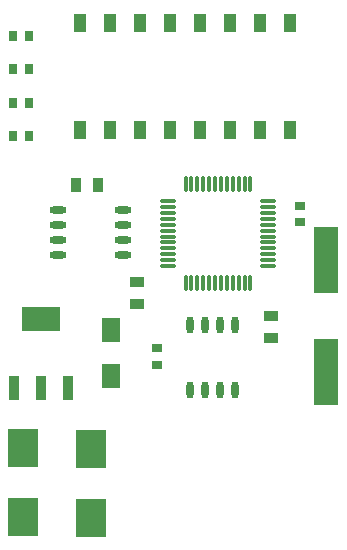
<source format=gbr>
%TF.GenerationSoftware,Altium Limited,Altium Designer,20.0.13 (296)*%
G04 Layer_Color=8421504*
%FSLAX25Y25*%
%MOIN*%
%TF.FileFunction,Paste,Top*%
%TF.Part,Single*%
G01*
G75*
%TA.AperFunction,SMDPad,CuDef*%
%ADD10R,0.06496X0.08465*%
%ADD11R,0.03543X0.02756*%
%ADD12O,0.05709X0.01181*%
%ADD13O,0.01181X0.05709*%
%ADD14R,0.05118X0.03740*%
%ADD15O,0.05709X0.02362*%
%ADD16R,0.03740X0.05118*%
%ADD17R,0.08300X0.22000*%
%ADD18R,0.02756X0.03543*%
%ADD19R,0.03740X0.08465*%
%ADD20R,0.12795X0.08465*%
%ADD21O,0.02362X0.05709*%
%ADD22R,0.09843X0.12500*%
%ADD23R,0.04331X0.06299*%
D10*
X554125Y158753D02*
D03*
Y174107D02*
D03*
D11*
X617175Y210204D02*
D03*
Y215716D02*
D03*
X569602Y168077D02*
D03*
Y162566D02*
D03*
D12*
X606555Y195539D02*
D03*
Y197508D02*
D03*
Y199476D02*
D03*
Y201445D02*
D03*
Y203413D02*
D03*
Y205382D02*
D03*
Y207350D02*
D03*
Y209319D02*
D03*
Y211287D02*
D03*
Y213256D02*
D03*
Y215224D02*
D03*
Y217193D02*
D03*
X573287D02*
D03*
Y215224D02*
D03*
Y213256D02*
D03*
Y211287D02*
D03*
Y209319D02*
D03*
Y207350D02*
D03*
Y205382D02*
D03*
Y203413D02*
D03*
Y201445D02*
D03*
Y199476D02*
D03*
Y197508D02*
D03*
Y195539D02*
D03*
D13*
X600748Y223000D02*
D03*
X598779D02*
D03*
X596811D02*
D03*
X594842D02*
D03*
X592874D02*
D03*
X590905D02*
D03*
X588937D02*
D03*
X586968D02*
D03*
X585000D02*
D03*
X583031D02*
D03*
X581063D02*
D03*
X579094D02*
D03*
Y189732D02*
D03*
X581063D02*
D03*
X583031D02*
D03*
X585000D02*
D03*
X586968D02*
D03*
X588937D02*
D03*
X590905D02*
D03*
X592874D02*
D03*
X594842D02*
D03*
X596811D02*
D03*
X598779D02*
D03*
X600748D02*
D03*
D14*
X562913Y182911D02*
D03*
Y190195D02*
D03*
X607642Y178834D02*
D03*
Y171551D02*
D03*
D15*
X558152Y199176D02*
D03*
Y204176D02*
D03*
Y209176D02*
D03*
Y214176D02*
D03*
X536695Y199176D02*
D03*
Y204176D02*
D03*
Y209176D02*
D03*
Y214176D02*
D03*
D16*
X542494Y222434D02*
D03*
X549777D02*
D03*
D17*
X626000Y160301D02*
D03*
Y197701D02*
D03*
D18*
X526974Y272255D02*
D03*
X521462D02*
D03*
X526974Y261081D02*
D03*
X521462D02*
D03*
X526974Y249908D02*
D03*
X521462D02*
D03*
X526974Y238734D02*
D03*
X521462D02*
D03*
D19*
X521886Y154884D02*
D03*
X530942D02*
D03*
X539997D02*
D03*
D20*
X530942Y177718D02*
D03*
D21*
X595500Y175728D02*
D03*
X590500D02*
D03*
X585500D02*
D03*
X580500D02*
D03*
X595500Y154272D02*
D03*
X590500D02*
D03*
X585500D02*
D03*
X580500D02*
D03*
D22*
X525000Y135000D02*
D03*
Y112000D02*
D03*
X547500Y134500D02*
D03*
Y111500D02*
D03*
D23*
X613979Y276648D02*
D03*
X603979D02*
D03*
X593979D02*
D03*
X583979D02*
D03*
X573979D02*
D03*
X563979D02*
D03*
X553979D02*
D03*
X543979D02*
D03*
X613979Y240822D02*
D03*
X603979D02*
D03*
X593979D02*
D03*
X583979D02*
D03*
X573979D02*
D03*
X563979D02*
D03*
X553979D02*
D03*
X543979D02*
D03*
%TF.MD5,f9d4774d465d80baebff6404da68b320*%
M02*

</source>
